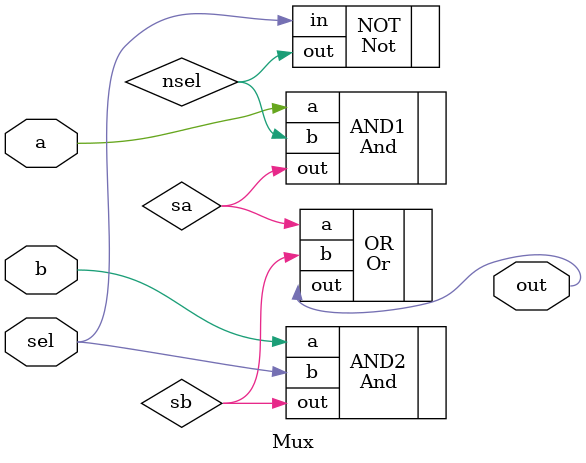
<source format=v>
/** 
 * Multiplexor:
 * out = a if sel == 0
 *       b otherwise
 */

module Mux(a,b,sel,out);
	input a;
   	input b;
   	input sel;
   	output out;

	Not NOT(.in(sel),.out(nsel));
	And AND1(.a(a),.b(nsel),.out(sa));
	And AND2(.a(b),.b(sel),.out(sb));
	Or OR(.a(sa),.b(sb),.out(out));

endmodule

</source>
